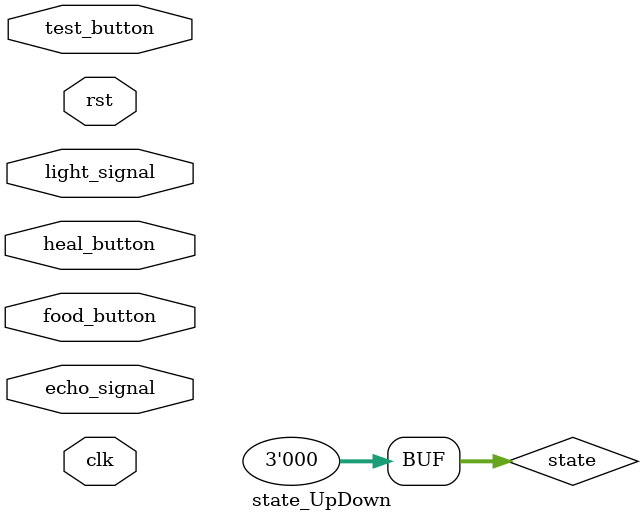
<source format=v>
`timescale 1ns / 1ps
`include "FSM_Drivers/Register_states.v"

module state_UpDown(
    input clk,
    input rst,
    input food_button,
    input heal_button,
    input test_button,
	input light_signal,
	input echo_signal
);
    reg test_mode = 0;
    reg down_mode = 0;

    reg upFood = 0;
    reg upSleep= 0;
    reg upFun= 0;
    reg upHeal = 0;

    reg [2:0] selected_state = 0;
    wire [2:0] state = 0;
    reg up_state = 0;
    reg down_state = 0;

Registro_states state_register(.state(selected_state), .DownState(down_state), .UpState(up_state), .stateValue(state), .clk(clk), .rst(rst));
Registro_states food_register(.state(3'b000), .UpState(upFood), .clk(clk), .rst(rst));
Registro_states sleep_register(.state(3'b001), .UpState(upSleep), .clk(clk), .rst(rst)); 
Registro_states fun_register(.state(3'b010), .UpState(upFun), .clk(clk), .rst(rst));
Registro_states heal_register(.state(3'b100), .UpState(upHeal), .clk(clk), .rst(rst)); 

    always @(*) begin
        if (test_mode == 1) begin
            test_mode <= (test_button == 1) ? 0 : 1;
            selected_state <= (food_button == 1) ? ((selected_state == 4) ? 0 : selected_state + 1) : selected_state;
            //selected_state <= (food_button == 1) ? selected_state + 1 : selected_state;
            //selected_state <= (selected_state == 4) ? 1 : selected_state;
            if (down_mode == 0) begin 
                down_mode <= (heal_button == 1 && state == 5) ? 1 : 0;
                up_state <= (heal_button == 1 && state < 5) ? 1 : 0;
            end else begin
                down_mode <= (heal_button == 1 && state == 1) ? 0 : 1;
                down_state <= (heal_button == 1 && state > 1) ? 1 : 0;
            end
        end else begin
            test_mode <= (test_button == 1) ? 1 : 0;
            upFood <= (food_button == 1) ? 1 : 0;
            upSleep <= (light_signal == 1) ? 1 : 0;
            upFun <= (echo_signal == 1) ? 1 : 0;
            upHeal <= (heal_button == 1) ? 1 : 0;
        end
    end

endmodule
</source>
